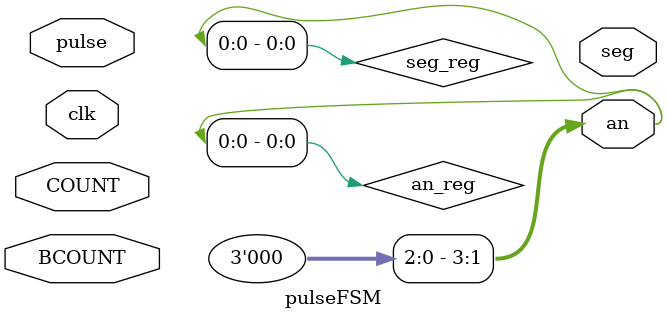
<source format=v>
`timescale 1ns / 1ps


module pulseFSM(
    input clk,
    input pulse,
    input BCOUNT,
    input COUNT,
    output [3:0] an,
    output [6:0] seg
    );
    reg an_reg;
    reg seg_reg;
    assign an = an_reg;
    assign an = seg_reg;
    
    
endmodule

</source>
